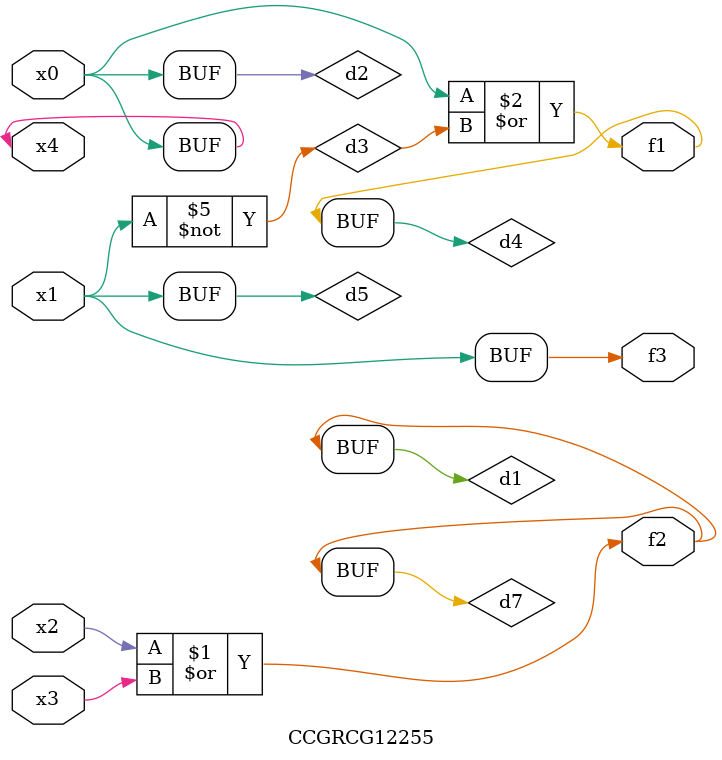
<source format=v>
module CCGRCG12255(
	input x0, x1, x2, x3, x4,
	output f1, f2, f3
);

	wire d1, d2, d3, d4, d5, d6, d7;

	or (d1, x2, x3);
	buf (d2, x0, x4);
	not (d3, x1);
	or (d4, d2, d3);
	not (d5, d3);
	nand (d6, d1, d3);
	or (d7, d1);
	assign f1 = d4;
	assign f2 = d7;
	assign f3 = d5;
endmodule

</source>
